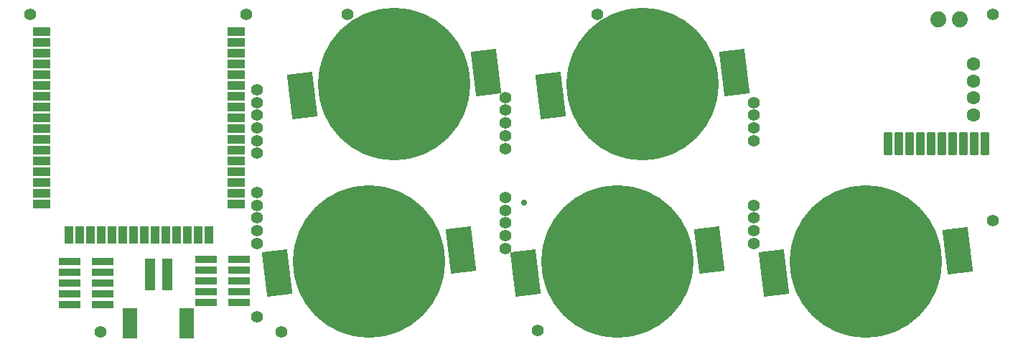
<source format=gbs>
%FSLAX24Y24*%
%MOIN*%
G70*
G01*
G75*
G04 Layer_Color=16711935*
%ADD10C,0.0080*%
%ADD11C,0.0160*%
%ADD12C,0.0200*%
%ADD13C,0.0300*%
%ADD14C,0.0040*%
%ADD15C,0.0100*%
%ADD16C,0.0120*%
%ADD17C,0.0240*%
%ADD18C,0.0090*%
%ADD19R,0.0200X0.0200*%
%ADD20R,0.0200X0.0200*%
%ADD21C,0.0098*%
%ADD22C,0.0276*%
%ADD23R,0.0236X0.0413*%
%ADD24P,0.0283X4X90.0*%
%ADD25R,0.0940X0.0650*%
%ADD26R,0.0100X0.0270*%
%ADD27R,0.0550X0.0470*%
%ADD28R,0.0160X0.0440*%
G04:AMPARAMS|DCode=29|XSize=20mil|YSize=8mil|CornerRadius=3mil|HoleSize=0mil|Usage=FLASHONLY|Rotation=90.000|XOffset=0mil|YOffset=0mil|HoleType=Round|Shape=RoundedRectangle|*
%AMROUNDEDRECTD29*
21,1,0.0200,0.0020,0,0,90.0*
21,1,0.0140,0.0080,0,0,90.0*
1,1,0.0060,0.0010,0.0070*
1,1,0.0060,0.0010,-0.0070*
1,1,0.0060,-0.0010,-0.0070*
1,1,0.0060,-0.0010,0.0070*
%
%ADD29ROUNDEDRECTD29*%
G04:AMPARAMS|DCode=30|XSize=20mil|YSize=8mil|CornerRadius=3mil|HoleSize=0mil|Usage=FLASHONLY|Rotation=0.000|XOffset=0mil|YOffset=0mil|HoleType=Round|Shape=RoundedRectangle|*
%AMROUNDEDRECTD30*
21,1,0.0200,0.0020,0,0,0.0*
21,1,0.0140,0.0080,0,0,0.0*
1,1,0.0060,0.0070,-0.0010*
1,1,0.0060,-0.0070,-0.0010*
1,1,0.0060,-0.0070,0.0010*
1,1,0.0060,0.0070,0.0010*
%
%ADD30ROUNDEDRECTD30*%
%ADD31R,0.0360X0.0400*%
%ADD32R,0.0340X0.0310*%
%ADD33R,0.0320X0.0280*%
%ADD34R,0.0560X0.0560*%
%ADD35R,0.0480X0.0560*%
%ADD36R,0.0200X0.0400*%
G04:AMPARAMS|DCode=37|XSize=52mil|YSize=63mil|CornerRadius=5.2mil|HoleSize=0mil|Usage=FLASHONLY|Rotation=180.000|XOffset=0mil|YOffset=0mil|HoleType=Round|Shape=RoundedRectangle|*
%AMROUNDEDRECTD37*
21,1,0.0520,0.0526,0,0,180.0*
21,1,0.0416,0.0630,0,0,180.0*
1,1,0.0104,-0.0208,0.0263*
1,1,0.0104,0.0208,0.0263*
1,1,0.0104,0.0208,-0.0263*
1,1,0.0104,-0.0208,-0.0263*
%
%ADD37ROUNDEDRECTD37*%
%ADD38R,0.0400X0.0360*%
%ADD39R,0.0310X0.0340*%
%ADD40R,0.0400X0.0200*%
G04:AMPARAMS|DCode=41|XSize=52mil|YSize=63mil|CornerRadius=5.2mil|HoleSize=0mil|Usage=FLASHONLY|Rotation=315.000|XOffset=0mil|YOffset=0mil|HoleType=Round|Shape=RoundedRectangle|*
%AMROUNDEDRECTD41*
21,1,0.0520,0.0526,0,0,315.0*
21,1,0.0416,0.0630,0,0,315.0*
1,1,0.0104,-0.0039,-0.0333*
1,1,0.0104,-0.0333,-0.0039*
1,1,0.0104,0.0039,0.0333*
1,1,0.0104,0.0333,0.0039*
%
%ADD41ROUNDEDRECTD41*%
G04:AMPARAMS|DCode=42|XSize=52mil|YSize=63mil|CornerRadius=5.2mil|HoleSize=0mil|Usage=FLASHONLY|Rotation=270.000|XOffset=0mil|YOffset=0mil|HoleType=Round|Shape=RoundedRectangle|*
%AMROUNDEDRECTD42*
21,1,0.0520,0.0526,0,0,270.0*
21,1,0.0416,0.0630,0,0,270.0*
1,1,0.0104,-0.0263,-0.0208*
1,1,0.0104,-0.0263,0.0208*
1,1,0.0104,0.0263,0.0208*
1,1,0.0104,0.0263,-0.0208*
%
%ADD42ROUNDEDRECTD42*%
%ADD43R,0.0280X0.0320*%
%ADD44R,0.0100X0.0220*%
G04:AMPARAMS|DCode=45|XSize=22mil|YSize=10mil|CornerRadius=0mil|HoleSize=0mil|Usage=FLASHONLY|Rotation=45.000|XOffset=0mil|YOffset=0mil|HoleType=Round|Shape=Rectangle|*
%AMROTATEDRECTD45*
4,1,4,-0.0042,-0.0113,-0.0113,-0.0042,0.0042,0.0113,0.0113,0.0042,-0.0042,-0.0113,0.0*
%
%ADD45ROTATEDRECTD45*%

%ADD46R,0.1460X0.0480*%
%ADD47R,0.0560X0.0160*%
%ADD48R,0.0750X0.0910*%
%ADD49R,0.0750X0.0710*%
G04:AMPARAMS|DCode=50|XSize=8mil|YSize=28mil|CornerRadius=4mil|HoleSize=0mil|Usage=FLASHONLY|Rotation=270.000|XOffset=0mil|YOffset=0mil|HoleType=Round|Shape=RoundedRectangle|*
%AMROUNDEDRECTD50*
21,1,0.0080,0.0200,0,0,270.0*
21,1,0.0000,0.0280,0,0,270.0*
1,1,0.0080,-0.0100,0.0000*
1,1,0.0080,-0.0100,0.0000*
1,1,0.0080,0.0100,0.0000*
1,1,0.0080,0.0100,0.0000*
%
%ADD50ROUNDEDRECTD50*%
G04:AMPARAMS|DCode=51|XSize=8mil|YSize=28mil|CornerRadius=4mil|HoleSize=0mil|Usage=FLASHONLY|Rotation=180.000|XOffset=0mil|YOffset=0mil|HoleType=Round|Shape=RoundedRectangle|*
%AMROUNDEDRECTD51*
21,1,0.0080,0.0200,0,0,180.0*
21,1,0.0000,0.0280,0,0,180.0*
1,1,0.0080,0.0000,0.0100*
1,1,0.0080,0.0000,0.0100*
1,1,0.0080,0.0000,-0.0100*
1,1,0.0080,0.0000,-0.0100*
%
%ADD51ROUNDEDRECTD51*%
G04:AMPARAMS|DCode=52|XSize=182mil|YSize=182mil|CornerRadius=4.6mil|HoleSize=0mil|Usage=FLASHONLY|Rotation=180.000|XOffset=0mil|YOffset=0mil|HoleType=Round|Shape=RoundedRectangle|*
%AMROUNDEDRECTD52*
21,1,0.1820,0.1729,0,0,180.0*
21,1,0.1729,0.1820,0,0,180.0*
1,1,0.0091,-0.0865,0.0865*
1,1,0.0091,0.0865,0.0865*
1,1,0.0091,0.0865,-0.0865*
1,1,0.0091,-0.0865,-0.0865*
%
%ADD52ROUNDEDRECTD52*%
G04:AMPARAMS|DCode=53|XSize=182mil|YSize=182mil|CornerRadius=4.6mil|HoleSize=0mil|Usage=FLASHONLY|Rotation=135.000|XOffset=0mil|YOffset=0mil|HoleType=Round|Shape=RoundedRectangle|*
%AMROUNDEDRECTD53*
21,1,0.1820,0.1729,0,0,135.0*
21,1,0.1729,0.1820,0,0,135.0*
1,1,0.0091,0.0000,0.1223*
1,1,0.0091,0.1223,0.0000*
1,1,0.0091,0.0000,-0.1223*
1,1,0.0091,-0.1223,0.0000*
%
%ADD53ROUNDEDRECTD53*%
G04:AMPARAMS|DCode=54|XSize=8mil|YSize=28mil|CornerRadius=4mil|HoleSize=0mil|Usage=FLASHONLY|Rotation=135.000|XOffset=0mil|YOffset=0mil|HoleType=Round|Shape=RoundedRectangle|*
%AMROUNDEDRECTD54*
21,1,0.0080,0.0200,0,0,135.0*
21,1,0.0000,0.0280,0,0,135.0*
1,1,0.0080,0.0071,0.0071*
1,1,0.0080,0.0071,0.0071*
1,1,0.0080,-0.0071,-0.0071*
1,1,0.0080,-0.0071,-0.0071*
%
%ADD54ROUNDEDRECTD54*%
G04:AMPARAMS|DCode=55|XSize=8mil|YSize=28mil|CornerRadius=4mil|HoleSize=0mil|Usage=FLASHONLY|Rotation=225.000|XOffset=0mil|YOffset=0mil|HoleType=Round|Shape=RoundedRectangle|*
%AMROUNDEDRECTD55*
21,1,0.0080,0.0200,0,0,225.0*
21,1,0.0000,0.0280,0,0,225.0*
1,1,0.0080,-0.0071,0.0071*
1,1,0.0080,-0.0071,0.0071*
1,1,0.0080,0.0071,-0.0071*
1,1,0.0080,0.0071,-0.0071*
%
%ADD55ROUNDEDRECTD55*%
%ADD56P,0.0283X4X360.0*%
%ADD57R,0.0600X0.0950*%
%ADD58R,0.0240X0.0160*%
G04:AMPARAMS|DCode=59|XSize=14mil|YSize=14mil|CornerRadius=7mil|HoleSize=0mil|Usage=FLASHONLY|Rotation=0.000|XOffset=0mil|YOffset=0mil|HoleType=Round|Shape=RoundedRectangle|*
%AMROUNDEDRECTD59*
21,1,0.0140,0.0000,0,0,0.0*
21,1,0.0000,0.0140,0,0,0.0*
1,1,0.0140,0.0000,0.0000*
1,1,0.0140,0.0000,0.0000*
1,1,0.0140,0.0000,0.0000*
1,1,0.0140,0.0000,0.0000*
%
%ADD59ROUNDEDRECTD59*%
%ADD60R,0.0165X0.0400*%
%ADD61C,0.0236*%
%ADD62R,0.0120X0.0400*%
%ADD63R,0.0480X0.0400*%
%ADD64R,0.0400X0.0480*%
%ADD65R,0.0827X0.0206*%
%ADD66R,0.0394X0.0560*%
%ADD67R,0.0827X0.0354*%
%ADD68R,0.0560X0.0394*%
%ADD69R,0.0206X0.0827*%
%ADD70R,0.0354X0.0827*%
G04:AMPARAMS|DCode=71|XSize=100mil|YSize=35mil|CornerRadius=8.8mil|HoleSize=0mil|Usage=FLASHONLY|Rotation=180.000|XOffset=0mil|YOffset=0mil|HoleType=Round|Shape=RoundedRectangle|*
%AMROUNDEDRECTD71*
21,1,0.1000,0.0175,0,0,180.0*
21,1,0.0825,0.0350,0,0,180.0*
1,1,0.0175,-0.0413,0.0088*
1,1,0.0175,0.0413,0.0088*
1,1,0.0175,0.0413,-0.0088*
1,1,0.0175,-0.0413,-0.0088*
%
%ADD71ROUNDEDRECTD71*%
G04:AMPARAMS|DCode=72|XSize=100mil|YSize=35mil|CornerRadius=8.8mil|HoleSize=0mil|Usage=FLASHONLY|Rotation=90.000|XOffset=0mil|YOffset=0mil|HoleType=Round|Shape=RoundedRectangle|*
%AMROUNDEDRECTD72*
21,1,0.1000,0.0175,0,0,90.0*
21,1,0.0825,0.0350,0,0,90.0*
1,1,0.0175,0.0088,0.0413*
1,1,0.0175,0.0088,-0.0413*
1,1,0.0175,-0.0088,-0.0413*
1,1,0.0175,-0.0088,0.0413*
%
%ADD72ROUNDEDRECTD72*%
%ADD73R,0.0950X0.0300*%
%ADD74R,0.0512X0.0866*%
%ADD75R,0.0512X0.0551*%
%ADD76C,0.0160*%
%ADD77C,0.0630*%
%ADD78C,0.0360*%
%ADD79C,0.0070*%
%ADD80C,0.0060*%
%ADD81C,0.0400*%
%ADD82C,0.0280*%
%ADD83R,0.0520X0.0140*%
%ADD84R,0.0108X0.0250*%
%ADD85R,0.0247X0.0144*%
%ADD86R,0.0230X0.0158*%
%ADD87R,0.0095X0.0038*%
%ADD88R,0.0150X0.0200*%
%ADD89R,0.1410X0.0970*%
%ADD90R,0.0180X0.0170*%
%ADD91C,0.0551*%
%ADD92C,0.0660*%
%ADD93C,0.0160*%
%ADD94C,0.0240*%
%ADD95C,0.0140*%
%ADD96C,0.0480*%
%ADD97C,0.0210*%
%ADD98C,0.0410*%
%ADD99R,0.0250X0.0040*%
G04:AMPARAMS|DCode=100|XSize=700mil|YSize=700mil|CornerRadius=350mil|HoleSize=0mil|Usage=FLASHONLY|Rotation=277.000|XOffset=0mil|YOffset=0mil|HoleType=Round|Shape=RoundedRectangle|*
%AMROUNDEDRECTD100*
21,1,0.7000,0.0000,0,0,277.0*
21,1,0.0000,0.7000,0,0,277.0*
1,1,0.7000,0.0000,0.0000*
1,1,0.7000,0.0000,0.0000*
1,1,0.7000,0.0000,0.0000*
1,1,0.7000,0.0000,0.0000*
%
%ADD100ROUNDEDRECTD100*%
G04:AMPARAMS|DCode=101|XSize=200mil|YSize=110mil|CornerRadius=0mil|HoleSize=0mil|Usage=FLASHONLY|Rotation=277.000|XOffset=0mil|YOffset=0mil|HoleType=Round|Shape=Rectangle|*
%AMROTATEDRECTD101*
4,1,4,-0.0668,0.0926,0.0424,0.1060,0.0668,-0.0926,-0.0424,-0.1060,-0.0668,0.0926,0.0*
%
%ADD101ROTATEDRECTD101*%

%ADD102R,0.0600X0.1340*%
%ADD103R,0.0400X0.1380*%
%ADD104R,0.0750X0.0360*%
%ADD105R,0.0360X0.0750*%
%ADD106R,0.0250X0.0580*%
%ADD107C,0.0050*%
%ADD108R,0.0190X0.0130*%
%ADD109C,0.0003*%
%ADD110C,0.0011*%
%ADD111R,0.0280X0.0280*%
%ADD112R,0.0280X0.0280*%
%ADD113C,0.0178*%
%ADD114C,0.0356*%
%ADD115R,0.0316X0.0493*%
%ADD116P,0.0396X4X90.0*%
%ADD117R,0.1020X0.0730*%
%ADD118R,0.0180X0.0350*%
%ADD119R,0.0630X0.0550*%
%ADD120R,0.0240X0.0520*%
G04:AMPARAMS|DCode=121|XSize=28mil|YSize=16mil|CornerRadius=7mil|HoleSize=0mil|Usage=FLASHONLY|Rotation=90.000|XOffset=0mil|YOffset=0mil|HoleType=Round|Shape=RoundedRectangle|*
%AMROUNDEDRECTD121*
21,1,0.0280,0.0020,0,0,90.0*
21,1,0.0140,0.0160,0,0,90.0*
1,1,0.0140,0.0010,0.0070*
1,1,0.0140,0.0010,-0.0070*
1,1,0.0140,-0.0010,-0.0070*
1,1,0.0140,-0.0010,0.0070*
%
%ADD121ROUNDEDRECTD121*%
G04:AMPARAMS|DCode=122|XSize=28mil|YSize=16mil|CornerRadius=7mil|HoleSize=0mil|Usage=FLASHONLY|Rotation=0.000|XOffset=0mil|YOffset=0mil|HoleType=Round|Shape=RoundedRectangle|*
%AMROUNDEDRECTD122*
21,1,0.0280,0.0020,0,0,0.0*
21,1,0.0140,0.0160,0,0,0.0*
1,1,0.0140,0.0070,-0.0010*
1,1,0.0140,-0.0070,-0.0010*
1,1,0.0140,-0.0070,0.0010*
1,1,0.0140,0.0070,0.0010*
%
%ADD122ROUNDEDRECTD122*%
%ADD123R,0.0440X0.0480*%
%ADD124R,0.0420X0.0390*%
%ADD125R,0.0400X0.0360*%
%ADD126R,0.0640X0.0640*%
%ADD127R,0.0560X0.0640*%
%ADD128R,0.0280X0.0480*%
G04:AMPARAMS|DCode=129|XSize=60mil|YSize=71mil|CornerRadius=9.2mil|HoleSize=0mil|Usage=FLASHONLY|Rotation=180.000|XOffset=0mil|YOffset=0mil|HoleType=Round|Shape=RoundedRectangle|*
%AMROUNDEDRECTD129*
21,1,0.0600,0.0526,0,0,180.0*
21,1,0.0416,0.0710,0,0,180.0*
1,1,0.0184,-0.0208,0.0263*
1,1,0.0184,0.0208,0.0263*
1,1,0.0184,0.0208,-0.0263*
1,1,0.0184,-0.0208,-0.0263*
%
%ADD129ROUNDEDRECTD129*%
%ADD130R,0.0480X0.0440*%
%ADD131R,0.0390X0.0420*%
%ADD132R,0.0480X0.0280*%
G04:AMPARAMS|DCode=133|XSize=60mil|YSize=71mil|CornerRadius=9.2mil|HoleSize=0mil|Usage=FLASHONLY|Rotation=315.000|XOffset=0mil|YOffset=0mil|HoleType=Round|Shape=RoundedRectangle|*
%AMROUNDEDRECTD133*
21,1,0.0600,0.0526,0,0,315.0*
21,1,0.0416,0.0710,0,0,315.0*
1,1,0.0184,-0.0039,-0.0333*
1,1,0.0184,-0.0333,-0.0039*
1,1,0.0184,0.0039,0.0333*
1,1,0.0184,0.0333,0.0039*
%
%ADD133ROUNDEDRECTD133*%
G04:AMPARAMS|DCode=134|XSize=60mil|YSize=71mil|CornerRadius=9.2mil|HoleSize=0mil|Usage=FLASHONLY|Rotation=270.000|XOffset=0mil|YOffset=0mil|HoleType=Round|Shape=RoundedRectangle|*
%AMROUNDEDRECTD134*
21,1,0.0600,0.0526,0,0,270.0*
21,1,0.0416,0.0710,0,0,270.0*
1,1,0.0184,-0.0263,-0.0208*
1,1,0.0184,-0.0263,0.0208*
1,1,0.0184,0.0263,0.0208*
1,1,0.0184,0.0263,-0.0208*
%
%ADD134ROUNDEDRECTD134*%
%ADD135R,0.0360X0.0400*%
%ADD136R,0.0180X0.0300*%
G04:AMPARAMS|DCode=137|XSize=30mil|YSize=18mil|CornerRadius=0mil|HoleSize=0mil|Usage=FLASHONLY|Rotation=45.000|XOffset=0mil|YOffset=0mil|HoleType=Round|Shape=Rectangle|*
%AMROTATEDRECTD137*
4,1,4,-0.0042,-0.0170,-0.0170,-0.0042,0.0042,0.0170,0.0170,0.0042,-0.0042,-0.0170,0.0*
%
%ADD137ROTATEDRECTD137*%

%ADD138R,0.1540X0.0560*%
%ADD139R,0.0640X0.0240*%
%ADD140R,0.0830X0.0990*%
%ADD141R,0.0830X0.0790*%
G04:AMPARAMS|DCode=142|XSize=16mil|YSize=36mil|CornerRadius=8mil|HoleSize=0mil|Usage=FLASHONLY|Rotation=270.000|XOffset=0mil|YOffset=0mil|HoleType=Round|Shape=RoundedRectangle|*
%AMROUNDEDRECTD142*
21,1,0.0160,0.0200,0,0,270.0*
21,1,0.0000,0.0360,0,0,270.0*
1,1,0.0160,-0.0100,0.0000*
1,1,0.0160,-0.0100,0.0000*
1,1,0.0160,0.0100,0.0000*
1,1,0.0160,0.0100,0.0000*
%
%ADD142ROUNDEDRECTD142*%
G04:AMPARAMS|DCode=143|XSize=16mil|YSize=36mil|CornerRadius=8mil|HoleSize=0mil|Usage=FLASHONLY|Rotation=180.000|XOffset=0mil|YOffset=0mil|HoleType=Round|Shape=RoundedRectangle|*
%AMROUNDEDRECTD143*
21,1,0.0160,0.0200,0,0,180.0*
21,1,0.0000,0.0360,0,0,180.0*
1,1,0.0160,0.0000,0.0100*
1,1,0.0160,0.0000,0.0100*
1,1,0.0160,0.0000,-0.0100*
1,1,0.0160,0.0000,-0.0100*
%
%ADD143ROUNDEDRECTD143*%
G04:AMPARAMS|DCode=144|XSize=190mil|YSize=190mil|CornerRadius=8.6mil|HoleSize=0mil|Usage=FLASHONLY|Rotation=180.000|XOffset=0mil|YOffset=0mil|HoleType=Round|Shape=RoundedRectangle|*
%AMROUNDEDRECTD144*
21,1,0.1900,0.1729,0,0,180.0*
21,1,0.1729,0.1900,0,0,180.0*
1,1,0.0171,-0.0865,0.0865*
1,1,0.0171,0.0865,0.0865*
1,1,0.0171,0.0865,-0.0865*
1,1,0.0171,-0.0865,-0.0865*
%
%ADD144ROUNDEDRECTD144*%
G04:AMPARAMS|DCode=145|XSize=190mil|YSize=190mil|CornerRadius=8.6mil|HoleSize=0mil|Usage=FLASHONLY|Rotation=135.000|XOffset=0mil|YOffset=0mil|HoleType=Round|Shape=RoundedRectangle|*
%AMROUNDEDRECTD145*
21,1,0.1900,0.1729,0,0,135.0*
21,1,0.1729,0.1900,0,0,135.0*
1,1,0.0171,0.0000,0.1223*
1,1,0.0171,0.1223,0.0000*
1,1,0.0171,0.0000,-0.1223*
1,1,0.0171,-0.1223,0.0000*
%
%ADD145ROUNDEDRECTD145*%
G04:AMPARAMS|DCode=146|XSize=16mil|YSize=36mil|CornerRadius=8mil|HoleSize=0mil|Usage=FLASHONLY|Rotation=135.000|XOffset=0mil|YOffset=0mil|HoleType=Round|Shape=RoundedRectangle|*
%AMROUNDEDRECTD146*
21,1,0.0160,0.0200,0,0,135.0*
21,1,0.0000,0.0360,0,0,135.0*
1,1,0.0160,0.0071,0.0071*
1,1,0.0160,0.0071,0.0071*
1,1,0.0160,-0.0071,-0.0071*
1,1,0.0160,-0.0071,-0.0071*
%
%ADD146ROUNDEDRECTD146*%
G04:AMPARAMS|DCode=147|XSize=16mil|YSize=36mil|CornerRadius=8mil|HoleSize=0mil|Usage=FLASHONLY|Rotation=225.000|XOffset=0mil|YOffset=0mil|HoleType=Round|Shape=RoundedRectangle|*
%AMROUNDEDRECTD147*
21,1,0.0160,0.0200,0,0,225.0*
21,1,0.0000,0.0360,0,0,225.0*
1,1,0.0160,-0.0071,0.0071*
1,1,0.0160,-0.0071,0.0071*
1,1,0.0160,0.0071,-0.0071*
1,1,0.0160,0.0071,-0.0071*
%
%ADD147ROUNDEDRECTD147*%
%ADD148P,0.0396X4X360.0*%
%ADD149R,0.0680X0.1030*%
%ADD150R,0.0320X0.0240*%
G04:AMPARAMS|DCode=151|XSize=22mil|YSize=22mil|CornerRadius=11mil|HoleSize=0mil|Usage=FLASHONLY|Rotation=0.000|XOffset=0mil|YOffset=0mil|HoleType=Round|Shape=RoundedRectangle|*
%AMROUNDEDRECTD151*
21,1,0.0220,0.0000,0,0,0.0*
21,1,0.0000,0.0220,0,0,0.0*
1,1,0.0220,0.0000,0.0000*
1,1,0.0220,0.0000,0.0000*
1,1,0.0220,0.0000,0.0000*
1,1,0.0220,0.0000,0.0000*
%
%ADD151ROUNDEDRECTD151*%
%ADD152R,0.0245X0.0480*%
%ADD153C,0.0551*%
%ADD154R,0.0200X0.0480*%
%ADD155R,0.0560X0.0480*%
%ADD156R,0.0480X0.0560*%
%ADD157R,0.0907X0.0434*%
%ADD158R,0.0434X0.0907*%
G04:AMPARAMS|DCode=159|XSize=108mil|YSize=43mil|CornerRadius=12.8mil|HoleSize=0mil|Usage=FLASHONLY|Rotation=180.000|XOffset=0mil|YOffset=0mil|HoleType=Round|Shape=RoundedRectangle|*
%AMROUNDEDRECTD159*
21,1,0.1080,0.0175,0,0,180.0*
21,1,0.0825,0.0430,0,0,180.0*
1,1,0.0255,-0.0413,0.0088*
1,1,0.0255,0.0413,0.0088*
1,1,0.0255,0.0413,-0.0088*
1,1,0.0255,-0.0413,-0.0088*
%
%ADD159ROUNDEDRECTD159*%
G04:AMPARAMS|DCode=160|XSize=108mil|YSize=43mil|CornerRadius=12.8mil|HoleSize=0mil|Usage=FLASHONLY|Rotation=90.000|XOffset=0mil|YOffset=0mil|HoleType=Round|Shape=RoundedRectangle|*
%AMROUNDEDRECTD160*
21,1,0.1080,0.0175,0,0,90.0*
21,1,0.0825,0.0430,0,0,90.0*
1,1,0.0255,0.0088,0.0413*
1,1,0.0255,0.0088,-0.0413*
1,1,0.0255,-0.0088,-0.0413*
1,1,0.0255,-0.0088,0.0413*
%
%ADD160ROUNDEDRECTD160*%
%ADD161R,0.1030X0.0380*%
%ADD162R,0.0592X0.0946*%
%ADD163R,0.0592X0.0631*%
%ADD164C,0.0631*%
%ADD165C,0.0740*%
%ADD166C,0.0560*%
%ADD167C,0.0290*%
G04:AMPARAMS|DCode=168|XSize=708mil|YSize=708mil|CornerRadius=354mil|HoleSize=0mil|Usage=FLASHONLY|Rotation=277.000|XOffset=0mil|YOffset=0mil|HoleType=Round|Shape=RoundedRectangle|*
%AMROUNDEDRECTD168*
21,1,0.7080,0.0000,0,0,277.0*
21,1,0.0000,0.7080,0,0,277.0*
1,1,0.7080,0.0000,0.0000*
1,1,0.7080,0.0000,0.0000*
1,1,0.7080,0.0000,0.0000*
1,1,0.7080,0.0000,0.0000*
%
%ADD168ROUNDEDRECTD168*%
G04:AMPARAMS|DCode=169|XSize=208mil|YSize=118mil|CornerRadius=0mil|HoleSize=0mil|Usage=FLASHONLY|Rotation=277.000|XOffset=0mil|YOffset=0mil|HoleType=Round|Shape=Rectangle|*
%AMROTATEDRECTD169*
4,1,4,-0.0712,0.0960,0.0459,0.1104,0.0712,-0.0960,-0.0459,-0.1104,-0.0712,0.0960,0.0*
%
%ADD169ROTATEDRECTD169*%

%ADD170R,0.0680X0.1420*%
%ADD171R,0.0480X0.1460*%
%ADD172R,0.0830X0.0440*%
%ADD173R,0.0440X0.0830*%
D153*
X-3270Y14750D02*
D03*
X6740D02*
D03*
X0Y0D02*
D03*
X11440Y14750D02*
D03*
X8400Y10D02*
D03*
X20300Y70D02*
D03*
X41420Y5166D02*
D03*
Y14750D02*
D03*
X23065Y14745D02*
D03*
D160*
X37071Y8735D02*
D03*
X37571D02*
D03*
X38071D02*
D03*
X39071D02*
D03*
X39571D02*
D03*
X40071D02*
D03*
X41071D02*
D03*
X40571D02*
D03*
X38571D02*
D03*
X36571D02*
D03*
D161*
X93Y3255D02*
D03*
X-1445D02*
D03*
X93Y2755D02*
D03*
X-1445D02*
D03*
X93Y2255D02*
D03*
X-1445D02*
D03*
X93Y1755D02*
D03*
X-1445D02*
D03*
X93Y1255D02*
D03*
X-1445D02*
D03*
X4895Y1375D02*
D03*
X6433D02*
D03*
X4895Y1875D02*
D03*
X6433D02*
D03*
X4895Y2375D02*
D03*
X6433D02*
D03*
X4895Y2875D02*
D03*
X6433D02*
D03*
X4895Y3375D02*
D03*
X6433D02*
D03*
D164*
X40536Y10074D02*
D03*
Y10861D02*
D03*
Y11648D02*
D03*
Y12436D02*
D03*
D165*
X39905Y14505D02*
D03*
X38905D02*
D03*
D166*
X7265Y6475D02*
D03*
X18795Y6235D02*
D03*
X30335Y5875D02*
D03*
Y8875D02*
D03*
X18795Y8515D02*
D03*
X7265Y8285D02*
D03*
Y5875D02*
D03*
X18795Y5645D02*
D03*
X7265Y5285D02*
D03*
X18795Y9105D02*
D03*
X7265Y8875D02*
D03*
Y9465D02*
D03*
X18795Y10875D02*
D03*
X7265Y11235D02*
D03*
X30335Y10645D02*
D03*
Y4695D02*
D03*
X18795Y4465D02*
D03*
X7265Y685D02*
D03*
X30335Y5285D02*
D03*
X18795Y5055D02*
D03*
X30335Y9465D02*
D03*
X18795Y9695D02*
D03*
X7265Y10055D02*
D03*
X18795Y10285D02*
D03*
X30335Y10055D02*
D03*
Y4105D02*
D03*
X18795Y3875D02*
D03*
X7265Y4105D02*
D03*
Y4695D02*
D03*
Y10645D02*
D03*
D167*
X19645Y6015D02*
D03*
D168*
X13625Y11495D02*
D03*
X25155D02*
D03*
X12445Y3265D02*
D03*
X23975D02*
D03*
X35515Y3255D02*
D03*
D169*
X17893Y12019D02*
D03*
X9357Y10971D02*
D03*
X20887D02*
D03*
X29423Y12019D02*
D03*
X8177Y2741D02*
D03*
X16713Y3789D02*
D03*
X28243D02*
D03*
X19707Y2741D02*
D03*
X31247Y2731D02*
D03*
X39783Y3779D02*
D03*
D170*
X3995Y395D02*
D03*
X1356D02*
D03*
D171*
X3075Y2668D02*
D03*
X2281D02*
D03*
D172*
X6305Y11435D02*
D03*
Y11935D02*
D03*
Y12435D02*
D03*
Y12935D02*
D03*
Y13435D02*
D03*
Y13935D02*
D03*
Y8435D02*
D03*
Y8935D02*
D03*
Y9435D02*
D03*
Y9935D02*
D03*
Y10435D02*
D03*
Y10935D02*
D03*
Y5935D02*
D03*
Y6435D02*
D03*
Y6935D02*
D03*
Y7435D02*
D03*
Y7935D02*
D03*
X-2750Y5935D02*
D03*
Y6435D02*
D03*
Y6935D02*
D03*
Y7435D02*
D03*
Y7935D02*
D03*
Y8435D02*
D03*
Y8935D02*
D03*
Y9435D02*
D03*
Y9935D02*
D03*
Y10435D02*
D03*
Y10935D02*
D03*
Y11435D02*
D03*
Y11935D02*
D03*
Y12435D02*
D03*
Y12935D02*
D03*
Y13435D02*
D03*
Y13935D02*
D03*
D173*
X5025Y4485D02*
D03*
X4525D02*
D03*
X4025D02*
D03*
X3525D02*
D03*
X3025D02*
D03*
X2525D02*
D03*
X2025D02*
D03*
X1525D02*
D03*
X1025D02*
D03*
X525D02*
D03*
X25D02*
D03*
X-475D02*
D03*
X-975D02*
D03*
X-1475D02*
D03*
M02*

</source>
